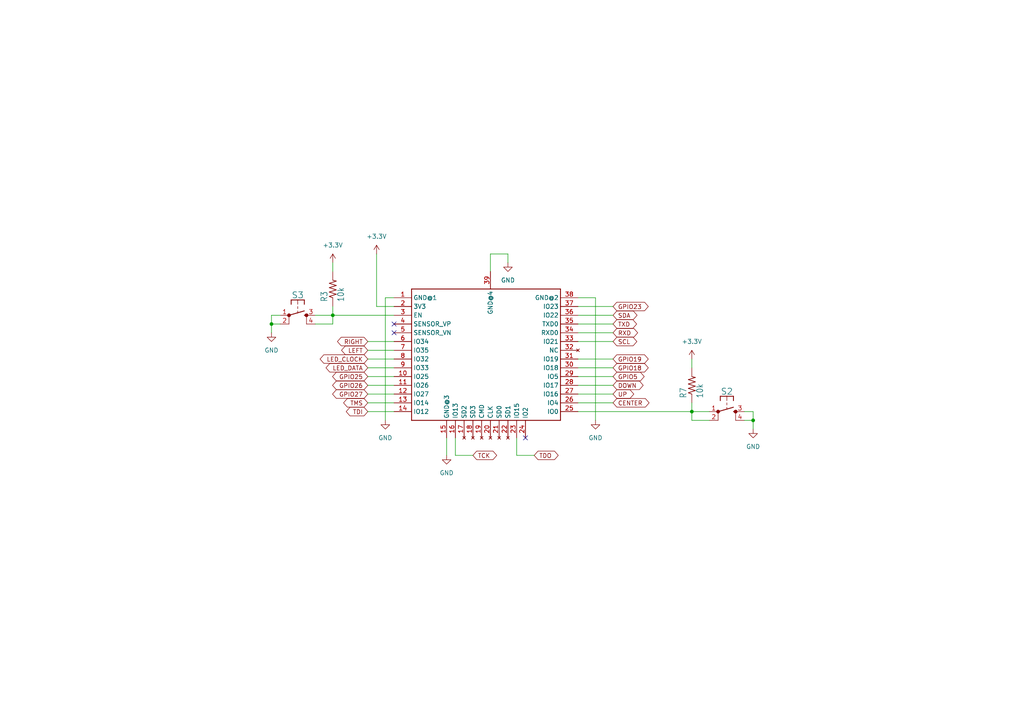
<source format=kicad_sch>
(kicad_sch (version 20230121) (generator eeschema)
  (paper "A4")
  (lib_symbols
    (symbol "controller-eagle-import:ESP32-WROOM-32D"
      (symbol "ESP32-WROOM-32D_1_0"
        (polyline (pts (xy -15.24 -22.86) (xy 27.94 -22.86)) (stroke (width 0.254)))
        (polyline (pts (xy -15.24 15.24) (xy -15.24 -22.86)) (stroke (width 0.254)))
        (polyline (pts (xy 27.94 -22.86) (xy 27.94 15.24)) (stroke (width 0.254)))
        (polyline (pts (xy 27.94 15.24) (xy -15.24 15.24)) (stroke (width 0.254)))
        (pin passive line (at -20.32 12.7 0) (length 5.08) (name "GND@1") (number "1"))
        (pin passive line (at -20.32 -10.16 0) (length 5.08) (name "IO25") (number "10"))
        (pin passive line (at -20.32 -12.7 0) (length 5.08) (name "IO26") (number "11"))
        (pin bidirectional line (at -20.32 -15.24 0) (length 5.08) (name "IO27") (number "12"))
        (pin bidirectional line (at -20.32 -17.78 0) (length 5.08) (name "IO14") (number "13"))
        (pin bidirectional line (at -20.32 -20.32 0) (length 5.08) (name "IO12") (number "14"))
        (pin passive line (at -5.08 -27.94 90) (length 5.08) (name "GND@3") (number "15"))
        (pin passive line (at -2.54 -27.94 90) (length 5.08) (name "IO13") (number "16"))
        (pin no_connect line (at 0 -27.94 90) (length 5.08) (name "SD2") (number "17"))
        (pin no_connect line (at 2.54 -27.94 90) (length 5.08) (name "SD3") (number "18"))
        (pin no_connect line (at 5.08 -27.94 90) (length 5.08) (name "CMD") (number "19"))
        (pin passive line (at -20.32 10.16 0) (length 5.08) (name "3V3") (number "2"))
        (pin no_connect line (at 7.62 -27.94 90) (length 5.08) (name "CLK") (number "20"))
        (pin no_connect line (at 10.16 -27.94 90) (length 5.08) (name "SD0") (number "21"))
        (pin no_connect line (at 12.7 -27.94 90) (length 5.08) (name "SD1") (number "22"))
        (pin passive line (at 15.24 -27.94 90) (length 5.08) (name "IO15") (number "23"))
        (pin passive line (at 17.78 -27.94 90) (length 5.08) (name "IO2") (number "24"))
        (pin bidirectional line (at 33.02 -20.32 180) (length 5.08) (name "IO0") (number "25"))
        (pin bidirectional line (at 33.02 -17.78 180) (length 5.08) (name "IO4") (number "26"))
        (pin bidirectional line (at 33.02 -15.24 180) (length 5.08) (name "IO16") (number "27"))
        (pin passive line (at 33.02 -12.7 180) (length 5.08) (name "IO17") (number "28"))
        (pin passive line (at 33.02 -10.16 180) (length 5.08) (name "IO5") (number "29"))
        (pin passive line (at -20.32 7.62 0) (length 5.08) (name "EN") (number "3"))
        (pin passive line (at 33.02 -7.62 180) (length 5.08) (name "IO18") (number "30"))
        (pin passive line (at 33.02 -5.08 180) (length 5.08) (name "IO19") (number "31"))
        (pin no_connect line (at 33.02 -2.54 180) (length 5.08) (name "NC") (number "32"))
        (pin passive line (at 33.02 0 180) (length 5.08) (name "IO21") (number "33"))
        (pin passive line (at 33.02 2.54 180) (length 5.08) (name "RXD0") (number "34"))
        (pin passive line (at 33.02 5.08 180) (length 5.08) (name "TXD0") (number "35"))
        (pin passive line (at 33.02 7.62 180) (length 5.08) (name "IO22") (number "36"))
        (pin passive line (at 33.02 10.16 180) (length 5.08) (name "IO23") (number "37"))
        (pin passive line (at 33.02 12.7 180) (length 5.08) (name "GND@2") (number "38"))
        (pin bidirectional line (at 7.62 20.32 270) (length 5.08) (name "GND@4") (number "39"))
        (pin passive line (at -20.32 5.08 0) (length 5.08) (name "SENSOR_VP") (number "4"))
        (pin passive line (at -20.32 2.54 0) (length 5.08) (name "SENSOR_VN") (number "5"))
        (pin passive line (at -20.32 0 0) (length 5.08) (name "IO34") (number "6"))
        (pin passive line (at -20.32 -2.54 0) (length 5.08) (name "IO35") (number "7"))
        (pin passive line (at -20.32 -5.08 0) (length 5.08) (name "IO32") (number "8"))
        (pin passive line (at -20.32 -7.62 0) (length 5.08) (name "IO33") (number "9"))
      )
    )
    (symbol "controller-eagle-import:MOMENTARY-SWITCH-SPST-2-SMD-4.6X2.8MM"
      (property "Reference" "S" (at 0 4.826 0))
      (symbol "MOMENTARY-SWITCH-SPST-2-SMD-4.6X2.8MM_1_0"
        (circle (center -2.54 0) (radius 0.127) (stroke (width 0.4064)))
        (polyline (pts (xy -2.54 -2.54) (xy -2.54 0)) (stroke (width 0.1524)))
        (polyline (pts (xy -2.54 0) (xy 1.905 1.27)) (stroke (width 0.254)))
        (polyline (pts (xy -1.905 4.445) (xy -1.905 3.175)) (stroke (width 0.254)))
        (polyline (pts (xy 0 1.27) (xy 0 0.635)) (stroke (width 0.1524)))
        (polyline (pts (xy 0 2.54) (xy 0 1.905)) (stroke (width 0.1524)))
        (polyline (pts (xy 0 4.445) (xy -1.905 4.445)) (stroke (width 0.254)))
        (polyline (pts (xy 0 4.445) (xy 0 3.175)) (stroke (width 0.1524)))
        (polyline (pts (xy 1.905 0) (xy 2.54 0)) (stroke (width 0.254)))
        (polyline (pts (xy 1.905 4.445) (xy 0 4.445)) (stroke (width 0.254)))
        (polyline (pts (xy 1.905 4.445) (xy 1.905 3.175)) (stroke (width 0.254)))
        (polyline (pts (xy 2.54 -2.54) (xy 2.54 0)) (stroke (width 0.1524)))
        (circle (center 2.54 0) (radius 0.127) (stroke (width 0.4064)))
        (pin passive line (at -5.08 0 0) (length 2.54) (name "1") (number "1"))
        (pin passive line (at -5.08 -2.54 0) (length 2.54) (name "2") (number "2"))
        (pin passive line (at 5.08 0 180) (length 2.54) (name "3") (number "3"))
        (pin passive line (at 5.08 -2.54 180) (length 2.54) (name "4") (number "4"))
      )
    )
    (symbol "controller-eagle-import:R-US_R0805"
      (property "Reference" "R" (at -3.81 1.4986 0))
      (symbol "R-US_R0805_1_0"
        (polyline (pts (xy -2.54 0) (xy -2.159 1.016)) (stroke (width 0.2032)))
        (polyline (pts (xy -2.159 1.016) (xy -1.524 -1.016)) (stroke (width 0.2032)))
        (polyline (pts (xy -1.524 -1.016) (xy -0.889 1.016)) (stroke (width 0.2032)))
        (polyline (pts (xy -0.889 1.016) (xy -0.254 -1.016)) (stroke (width 0.2032)))
        (polyline (pts (xy -0.254 -1.016) (xy 0.381 1.016)) (stroke (width 0.2032)))
        (polyline (pts (xy 0.381 1.016) (xy 1.016 -1.016)) (stroke (width 0.2032)))
        (polyline (pts (xy 1.016 -1.016) (xy 1.651 1.016)) (stroke (width 0.2032)))
        (polyline (pts (xy 1.651 1.016) (xy 2.286 -1.016)) (stroke (width 0.2032)))
        (polyline (pts (xy 2.286 -1.016) (xy 2.54 0)) (stroke (width 0.2032)))
        (pin passive line (at -5.08 0 0) (length 2.54) (name "1") (number "1"))
        (pin passive line (at 5.08 0 180) (length 2.54) (name "2") (number "2"))
      )
    )
    (symbol "power:+3.3V" (power) (pin_names (offset 0))
      (property "Value" "+3.3V" (at 0 3.556 0))
      (symbol "+3.3V_0_1"
        (polyline (pts (xy -0.762 1.27) (xy 0 2.54)))
        (polyline (pts (xy 0 0) (xy 0 2.54)))
        (polyline (pts (xy 0 2.54) (xy 0.762 1.27)))
      )
      (symbol "+3.3V_1_1"
        (pin power_in line (at 0 0 90) (length 0) hide (name "+3.3V") (number "1"))
      )
    )
    (symbol "power:GND" (power) (pin_names (offset 0))
      (property "Value" "GND" (at 0 -3.81 0))
      (symbol "GND_0_1"
        (polyline (pts (xy 0 0) (xy 0 -1.27) (xy 1.27 -1.27) (xy 0 -2.54) (xy -1.27 -1.27) (xy 0 -1.27)))
      )
      (symbol "GND_1_1"
        (pin power_in line (at 0 0 270) (length 0) hide (name "GND") (number "1"))
      )
    )
  )
  (junction (at 78.74 93.98))
  (junction (at 200.66 119.38))
  (junction (at 96.52 91.44))
  (junction (at 218.44 121.92))
  (no_connect (at 114.3 96.52))
  (no_connect (at 152.4 127))
  (no_connect (at 114.3 93.98))
  (wire (pts (xy 215.9 121.92) (xy 218.44 121.92)) (stroke (width 0.1524)))
  (wire (pts (xy 78.74 93.98) (xy 78.74 91.44)) (stroke (width 0.1524)))
  (wire (pts (xy 114.3 114.3) (xy 106.68 114.3)) (stroke (width 0.1524)))
  (wire (pts (xy 81.28 93.98) (xy 78.74 93.98)) (stroke (width 0.1524)))
  (wire (pts (xy 200.66 116.84) (xy 200.66 119.38)) (stroke (width 0.1524)))
  (wire (pts (xy 91.44 93.98) (xy 96.52 93.98)) (stroke (width 0.1524)))
  (wire (pts (xy 200.66 121.92) (xy 200.66 119.38)) (stroke (width 0.1524)))
  (wire (pts (xy 200.66 104.14) (xy 200.66 106.68)) (stroke (width 0.1524)))
  (wire (pts (xy 167.64 106.68) (xy 177.8 106.68)) (stroke (width 0.1524)))
  (wire (pts (xy 114.3 116.84) (xy 106.68 116.84)) (stroke (width 0.1524)))
  (wire (pts (xy 114.3 109.22) (xy 106.68 109.22)) (stroke (width 0.1524)))
  (wire (pts (xy 149.86 127) (xy 149.86 132.08)) (stroke (width 0.1524)))
  (wire (pts (xy 167.64 114.3) (xy 177.8 114.3)) (stroke (width 0.1524)))
  (wire (pts (xy 129.54 127) (xy 129.54 132.08)) (stroke (width 0.1524)))
  (wire (pts (xy 167.64 86.36) (xy 172.72 86.36)) (stroke (width 0.1524)))
  (wire (pts (xy 167.64 96.52) (xy 177.8 96.52)) (stroke (width 0.1524)))
  (wire (pts (xy 114.3 119.38) (xy 106.68 119.38)) (stroke (width 0.1524)))
  (wire (pts (xy 205.74 121.92) (xy 200.66 121.92)) (stroke (width 0.1524)))
  (wire (pts (xy 114.3 106.68) (xy 106.68 106.68)) (stroke (width 0.1524)))
  (wire (pts (xy 218.44 119.38) (xy 218.44 121.92)) (stroke (width 0.1524)))
  (wire (pts (xy 96.52 93.98) (xy 96.52 91.44)) (stroke (width 0.1524)))
  (wire (pts (xy 78.74 91.44) (xy 81.28 91.44)) (stroke (width 0.1524)))
  (wire (pts (xy 78.74 96.52) (xy 78.74 93.98)) (stroke (width 0.1524)))
  (wire (pts (xy 218.44 121.92) (xy 218.44 124.46)) (stroke (width 0.1524)))
  (wire (pts (xy 167.64 91.44) (xy 177.8 91.44)) (stroke (width 0.1524)))
  (wire (pts (xy 149.86 132.08) (xy 154.94 132.08)) (stroke (width 0.1524)))
  (wire (pts (xy 167.64 93.98) (xy 177.8 93.98)) (stroke (width 0.1524)))
  (wire (pts (xy 114.3 104.14) (xy 106.68 104.14)) (stroke (width 0.1524)))
  (wire (pts (xy 172.72 86.36) (xy 172.72 121.92)) (stroke (width 0.1524)))
  (wire (pts (xy 132.08 132.08) (xy 137.16 132.08)) (stroke (width 0.1524)))
  (wire (pts (xy 96.52 91.44) (xy 96.52 88.9)) (stroke (width 0.1524)))
  (wire (pts (xy 96.52 78.74) (xy 96.52 76.2)) (stroke (width 0.1524)))
  (wire (pts (xy 114.3 111.76) (xy 106.68 111.76)) (stroke (width 0.1524)))
  (wire (pts (xy 167.64 109.22) (xy 177.8 109.22)) (stroke (width 0.1524)))
  (wire (pts (xy 142.24 78.74) (xy 142.24 73.66)) (stroke (width 0.1524)))
  (wire (pts (xy 200.66 119.38) (xy 167.64 119.38)) (stroke (width 0.1524)))
  (wire (pts (xy 114.3 86.36) (xy 111.76 86.36)) (stroke (width 0.1524)))
  (wire (pts (xy 200.66 119.38) (xy 205.74 119.38)) (stroke (width 0.1524)))
  (wire (pts (xy 215.9 119.38) (xy 218.44 119.38)) (stroke (width 0.1524)))
  (wire (pts (xy 167.64 111.76) (xy 177.8 111.76)) (stroke (width 0.1524)))
  (wire (pts (xy 109.22 73.66) (xy 109.22 88.9)) (stroke (width 0.1524)))
  (wire (pts (xy 132.08 127) (xy 132.08 132.08)) (stroke (width 0.1524)))
  (wire (pts (xy 114.3 91.44) (xy 96.52 91.44)) (stroke (width 0.1524)))
  (wire (pts (xy 114.3 99.06) (xy 106.68 99.06)) (stroke (width 0.1524)))
  (wire (pts (xy 91.44 91.44) (xy 96.52 91.44)) (stroke (width 0.1524)))
  (wire (pts (xy 167.64 104.14) (xy 177.8 104.14)) (stroke (width 0.1524)))
  (wire (pts (xy 147.32 73.66) (xy 147.32 76.2)) (stroke (width 0.1524)))
  (wire (pts (xy 111.76 86.36) (xy 111.76 121.92)) (stroke (width 0.1524)))
  (wire (pts (xy 114.3 101.6) (xy 106.68 101.6)) (stroke (width 0.1524)))
  (wire (pts (xy 167.64 116.84) (xy 177.8 116.84)) (stroke (width 0.1524)))
  (wire (pts (xy 167.64 99.06) (xy 177.8 99.06)) (stroke (width 0.1524)))
  (wire (pts (xy 109.22 88.9) (xy 114.3 88.9)) (stroke (width 0.1524)))
  (wire (pts (xy 142.24 73.66) (xy 147.32 73.66)) (stroke (width 0.1524)))
  (wire (pts (xy 167.64 88.9) (xy 177.8 88.9)) (stroke (width 0.1524)))
  (global_label "GPIO5" (shape bidirectional) (at 177.8 109.22 0) (effects (font (size 1.2446 1.2446))) (property "Intersheetrefs" "${INTERSHEET_REFS}" (effects hide)))
  (global_label "TMS" (shape bidirectional) (at 106.68 116.84 180) (effects (font (size 1.2446 1.2446))) (property "Intersheetrefs" "${INTERSHEET_REFS}" (effects hide)))
  (global_label "UP" (shape bidirectional) (at 177.8 114.3 0) (effects (font (size 1.2446 1.2446))) (property "Intersheetrefs" "${INTERSHEET_REFS}" (effects hide)))
  (global_label "GPIO23" (shape bidirectional) (at 177.8 88.9 0) (effects (font (size 1.2446 1.2446))) (property "Intersheetrefs" "${INTERSHEET_REFS}" (effects hide)))
  (global_label "LED_CLOCK" (shape bidirectional) (at 106.68 104.14 180) (effects (font (size 1.2446 1.2446))) (property "Intersheetrefs" "${INTERSHEET_REFS}" (effects hide)))
  (global_label "TDO" (shape bidirectional) (at 154.94 132.08 0) (effects (font (size 1.2446 1.2446))) (property "Intersheetrefs" "${INTERSHEET_REFS}" (effects hide)))
  (global_label "LEFT" (shape bidirectional) (at 106.68 101.6 180) (effects (font (size 1.2446 1.2446))) (property "Intersheetrefs" "${INTERSHEET_REFS}" (effects hide)))
  (global_label "TXD" (shape bidirectional) (at 177.8 93.98 0) (effects (font (size 1.2446 1.2446))) (property "Intersheetrefs" "${INTERSHEET_REFS}" (effects hide)))
  (global_label "CENTER" (shape bidirectional) (at 177.8 116.84 0) (effects (font (size 1.2446 1.2446))) (property "Intersheetrefs" "${INTERSHEET_REFS}" (effects hide)))
  (global_label "GPIO27" (shape bidirectional) (at 106.68 114.3 180) (effects (font (size 1.2446 1.2446))) (property "Intersheetrefs" "${INTERSHEET_REFS}" (effects hide)))
  (global_label "GPIO19" (shape bidirectional) (at 177.8 104.14 0) (effects (font (size 1.2446 1.2446))) (property "Intersheetrefs" "${INTERSHEET_REFS}" (effects hide)))
  (global_label "SCL" (shape bidirectional) (at 177.8 99.06 0) (effects (font (size 1.2446 1.2446))) (property "Intersheetrefs" "${INTERSHEET_REFS}" (effects hide)))
  (global_label "GPIO18" (shape bidirectional) (at 177.8 106.68 0) (effects (font (size 1.2446 1.2446))) (property "Intersheetrefs" "${INTERSHEET_REFS}" (effects hide)))
  (global_label "TDI" (shape bidirectional) (at 106.68 119.38 180) (effects (font (size 1.2446 1.2446))) (property "Intersheetrefs" "${INTERSHEET_REFS}" (effects hide)))
  (global_label "GPIO26" (shape bidirectional) (at 106.68 111.76 180) (effects (font (size 1.2446 1.2446))) (property "Intersheetrefs" "${INTERSHEET_REFS}" (effects hide)))
  (global_label "TCK" (shape bidirectional) (at 137.16 132.08 0) (effects (font (size 1.2446 1.2446))) (property "Intersheetrefs" "${INTERSHEET_REFS}" (effects hide)))
  (global_label "DOWN" (shape bidirectional) (at 177.8 111.76 0) (effects (font (size 1.2446 1.2446))) (property "Intersheetrefs" "${INTERSHEET_REFS}" (effects hide)))
  (global_label "RXD" (shape bidirectional) (at 177.8 96.52 0) (effects (font (size 1.2446 1.2446))) (property "Intersheetrefs" "${INTERSHEET_REFS}" (effects hide)))
  (global_label "LED_DATA" (shape bidirectional) (at 106.68 106.68 180) (effects (font (size 1.2446 1.2446))) (property "Intersheetrefs" "${INTERSHEET_REFS}" (effects hide)))
  (global_label "RIGHT" (shape bidirectional) (at 106.68 99.06 180) (effects (font (size 1.2446 1.2446))) (property "Intersheetrefs" "${INTERSHEET_REFS}" (effects hide)))
  (global_label "SDA" (shape bidirectional) (at 177.8 91.44 0) (effects (font (size 1.2446 1.2446))) (property "Intersheetrefs" "${INTERSHEET_REFS}" (effects hide)))
  (global_label "GPIO25" (shape bidirectional) (at 106.68 109.22 180) (effects (font (size 1.2446 1.2446))) (property "Intersheetrefs" "${INTERSHEET_REFS}" (effects hide)))
  (symbol (lib_id "power:GND") (at 218.44 124.46 0) (unit 1)
    (property "Reference" "#PWR015" (effects hide))
    (property "Value" "GND" (at 218.44 129.54 0))
  )
  (symbol (lib_id "controller-eagle-import:ESP32-WROOM-32D") (at 134.62 99.06 0) (unit 1)
    (property "Reference" "U$2" (effects hide))
    (property "Value" "ESP32-WROOM-32D" (effects hide))
    (property "Footprint" "controller:ESP32-WROOM-32D" (effects hide))
  )
  (symbol (lib_id "power:+3.3V") (at 200.66 104.14 0) (unit 1)
    (property "Reference" "#PWR010" (effects hide))
    (property "Value" "+3.3V" (at 200.66 99.06 0))
  )
  (symbol (lib_id "power:GND") (at 172.72 121.92 0) (unit 1)
    (property "Reference" "#PWR014" (effects hide))
    (property "Value" "GND" (at 172.72 127 0))
  )
  (symbol (lib_id "power:GND") (at 78.74 96.52 0) (unit 1)
    (property "Reference" "#PWR011" (effects hide))
    (property "Value" "GND" (at 78.74 101.6 0))
  )
  (symbol (lib_id "controller-eagle-import:MOMENTARY-SWITCH-SPST-2-SMD-4.6X2.8MM") (at 86.36 91.44 0) (unit 1)
    (property "Reference" "S3" (at 86.36 86.614 0) (effects (font (size 1.778 1.778)) (justify bottom)))
    (property "Value" "MOMENTARY-SWITCH-SPST-2-SMD-4.6X2.8MM" (effects hide))
    (property "Footprint" "controller:TACTILE_SWITCH_SMD_4.6X2.8MM" (effects hide))
  )
  (symbol (lib_id "power:+3.3V") (at 109.22 73.66 0) (unit 1)
    (property "Reference" "#PWR09" (effects hide))
    (property "Value" "+3.3V" (at 109.22 68.58 0))
  )
  (symbol (lib_id "power:+3.3V") (at 96.52 76.2 0) (unit 1)
    (property "Reference" "#PWR08" (effects hide))
    (property "Value" "+3.3V" (at 96.52 71.12 0))
  )
  (symbol (lib_id "power:GND") (at 111.76 121.92 0) (unit 1)
    (property "Reference" "#PWR013" (effects hide))
    (property "Value" "GND" (at 111.76 127 0))
  )
  (symbol (lib_id "controller-eagle-import:R-US_R0805") (at 200.66 111.76 90) (unit 1)
    (property "Reference" "R7" (at 199.1614 115.57 0) (effects (font (size 1.778 1.5113)) (justify left bottom)))
    (property "Value" "10k" (at 203.962 115.57 0) (effects (font (size 1.778 1.5113)) (justify left bottom)))
    (property "Footprint" "controller:R0805" (effects hide))
  )
  (symbol (lib_id "power:GND") (at 129.54 132.08 0) (unit 1)
    (property "Reference" "#PWR012" (effects hide))
    (property "Value" "GND" (at 129.54 137.16 0))
  )
  (symbol (lib_id "power:GND") (at 147.32 76.2 0) (unit 1)
    (property "Reference" "#PWR016" (effects hide))
    (property "Value" "GND" (at 147.32 81.28 0))
  )
  (symbol (lib_id "controller-eagle-import:MOMENTARY-SWITCH-SPST-2-SMD-4.6X2.8MM") (at 210.82 119.38 0) (unit 1)
    (property "Reference" "S2" (at 210.82 114.554 0) (effects (font (size 1.778 1.778)) (justify bottom)))
    (property "Value" "MOMENTARY-SWITCH-SPST-2-SMD-4.6X2.8MM" (effects hide))
    (property "Footprint" "controller:TACTILE_SWITCH_SMD_4.6X2.8MM" (effects hide))
  )
  (symbol (lib_id "controller-eagle-import:R-US_R0805") (at 96.52 83.82 90) (unit 1)
    (property "Reference" "R3" (at 95.0214 87.63 0) (effects (font (size 1.778 1.5113)) (justify left bottom)))
    (property "Value" "10k" (at 99.822 87.63 0) (effects (font (size 1.778 1.5113)) (justify left bottom)))
    (property "Footprint" "controller:R0805" (effects hide))
  )
)
</source>
